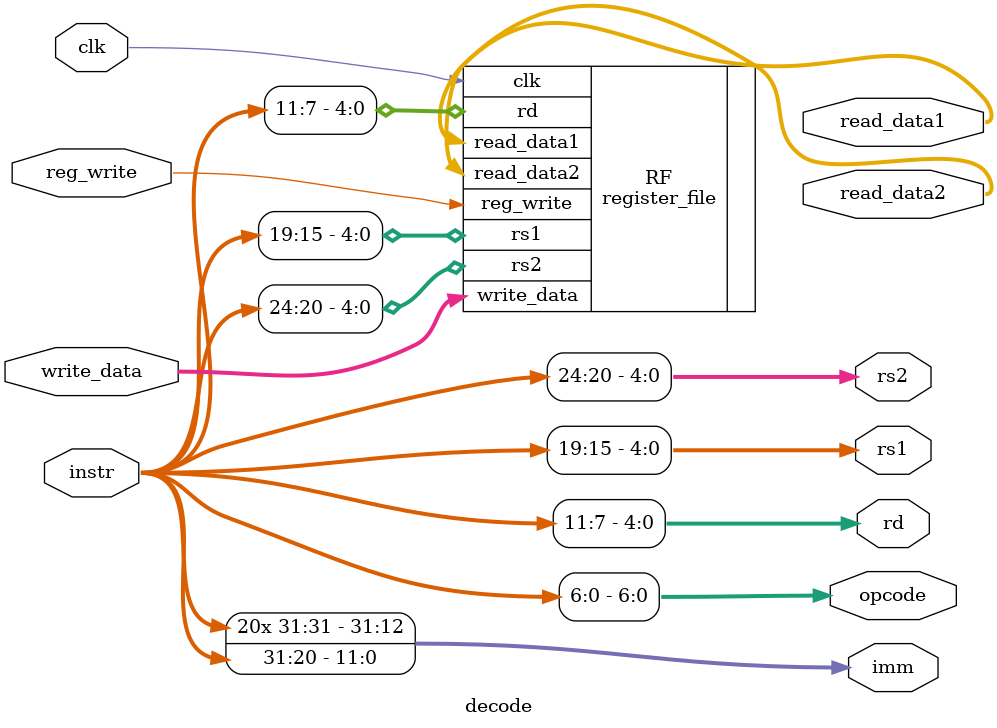
<source format=v>
module decode(
    input [31:0] instr,
    input clk,
    input reg_write,
    input [31:0] write_data,
    output [31:0] read_data1,
    output [31:0] read_data2,
    output [6:0] opcode,
    output [4:0] rd,
    output [4:0] rs1,
    output [4:0] rs2,
    output [31:0] imm
);

assign opcode = instr[6:0];
assign rd     = instr[11:7];
assign rs1    = instr[19:15];
assign rs2    = instr[24:20];
assign imm    = {{20{instr[31]}}, instr[31:20]}; // I-type immediate

register_file RF(
    .clk(clk),
    .reg_write(reg_write),
    .rs1(rs1),
    .rs2(rs2),
    .rd(rd),
    .write_data(write_data),
    .read_data1(read_data1),
    .read_data2(read_data2)
);

endmodule

</source>
